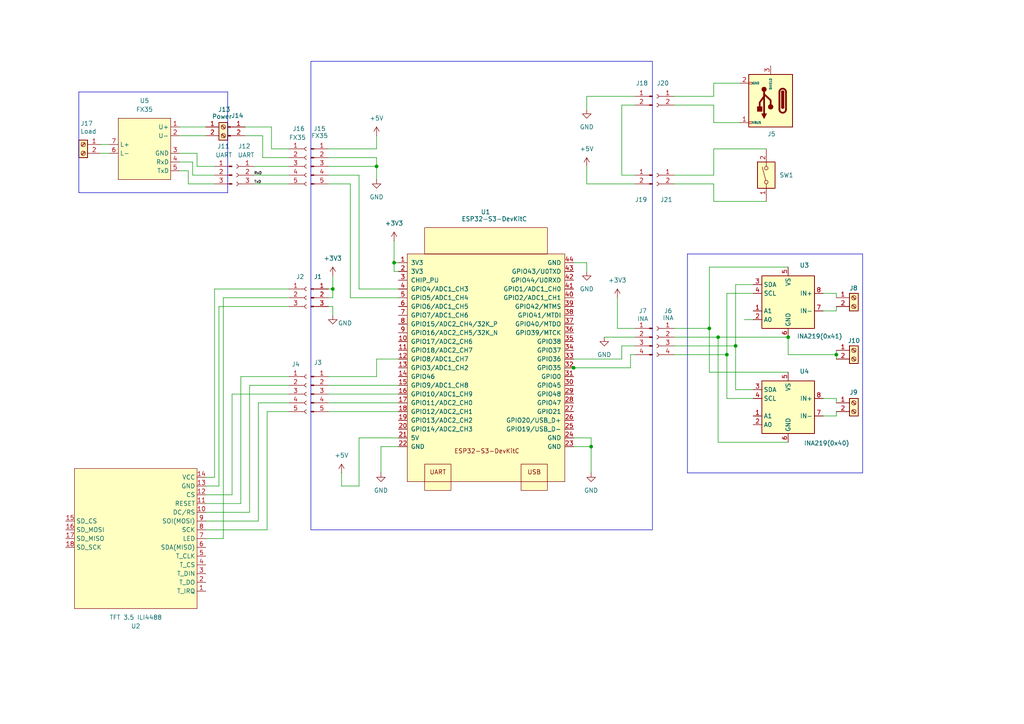
<source format=kicad_sch>
(kicad_sch (version 20250114) (generator "eeschema") (generator_version "9.0")
  (paper "A4")
  (title_block (title "mGaugeESP") (date "2026-02-16") (rev "0.1") (comment 1 "©2026 - develop@andres-stefan.de"))
  (lib_symbols
    (symbol "Connector:Conn_01x02_Pin" (pin_names (offset 1.016) (hide yes))
      (property "Reference" "J" (at 0 2.54 0))
      (property "Value" "Conn_01x02_Pin" (at 0 -5.08 0))
      (symbol "Conn_01x02_Pin_1_1"
        (rectangle (start 0.8636 0.127) (end 0 -0.127) (stroke (width 0.1524)) (fill (type outline)))
        (rectangle (start 0.8636 -2.413) (end 0 -2.667) (stroke (width 0.1524)) (fill (type outline)))
        (polyline (pts (xy 1.27 0) (xy 0.8636 0)) (stroke (width 0.1524)))
        (polyline (pts (xy 1.27 -2.54) (xy 0.8636 -2.54)) (stroke (width 0.1524)))
        (pin passive line (at 5.08 0 180) (length 3.81) (name "Pin_1") (number "1"))
        (pin passive line (at 5.08 -2.54 180) (length 3.81) (name "Pin_2") (number "2"))
      )
    )
    (symbol "Connector:Conn_01x02_Socket" (pin_names (offset 1.016) (hide yes))
      (property "Reference" "J" (at 0 2.54 0))
      (property "Value" "Conn_01x02_Socket" (at 0 -5.08 0))
      (symbol "Conn_01x02_Socket_1_1"
        (polyline (pts (xy -1.27 0) (xy -0.508 0)) (stroke (width 0.1524)))
        (polyline (pts (xy -1.27 -2.54) (xy -0.508 -2.54)) (stroke (width 0.1524)))
        (arc (start 0 -0.508) (mid -0.5058 0) (end 0 0.508) (stroke (width 0.1524)))
        (arc (start 0 -3.048) (mid -0.5058 -2.54) (end 0 -2.032) (stroke (width 0.1524)))
        (pin passive line (at -5.08 0 0) (length 3.81) (name "Pin_1") (number "1"))
        (pin passive line (at -5.08 -2.54 0) (length 3.81) (name "Pin_2") (number "2"))
      )
    )
    (symbol "Connector:Conn_01x03_Pin" (pin_names (offset 1.016) (hide yes))
      (property "Reference" "J" (at 0 5.08 0))
      (property "Value" "Conn_01x03_Pin" (at 0 -5.08 0))
      (symbol "Conn_01x03_Pin_1_1"
        (rectangle (start 0.8636 2.667) (end 0 2.413) (stroke (width 0.1524)) (fill (type outline)))
        (rectangle (start 0.8636 0.127) (end 0 -0.127) (stroke (width 0.1524)) (fill (type outline)))
        (rectangle (start 0.8636 -2.413) (end 0 -2.667) (stroke (width 0.1524)) (fill (type outline)))
        (polyline (pts (xy 1.27 2.54) (xy 0.8636 2.54)) (stroke (width 0.1524)))
        (polyline (pts (xy 1.27 0) (xy 0.8636 0)) (stroke (width 0.1524)))
        (polyline (pts (xy 1.27 -2.54) (xy 0.8636 -2.54)) (stroke (width 0.1524)))
        (pin passive line (at 5.08 2.54 180) (length 3.81) (name "Pin_1") (number "1"))
        (pin passive line (at 5.08 0 180) (length 3.81) (name "Pin_2") (number "2"))
        (pin passive line (at 5.08 -2.54 180) (length 3.81) (name "Pin_3") (number "3"))
      )
    )
    (symbol "Connector:Conn_01x03_Socket" (pin_names (offset 1.016) (hide yes))
      (property "Reference" "J" (at 0 5.08 0))
      (property "Value" "Conn_01x03_Socket" (at 0 -5.08 0))
      (symbol "Conn_01x03_Socket_1_1"
        (polyline (pts (xy -1.27 2.54) (xy -0.508 2.54)) (stroke (width 0.1524)))
        (polyline (pts (xy -1.27 0) (xy -0.508 0)) (stroke (width 0.1524)))
        (polyline (pts (xy -1.27 -2.54) (xy -0.508 -2.54)) (stroke (width 0.1524)))
        (arc (start 0 2.032) (mid -0.5058 2.54) (end 0 3.048) (stroke (width 0.1524)))
        (arc (start 0 -0.508) (mid -0.5058 0) (end 0 0.508) (stroke (width 0.1524)))
        (arc (start 0 -3.048) (mid -0.5058 -2.54) (end 0 -2.032) (stroke (width 0.1524)))
        (pin passive line (at -5.08 2.54 0) (length 3.81) (name "Pin_1") (number "1"))
        (pin passive line (at -5.08 0 0) (length 3.81) (name "Pin_2") (number "2"))
        (pin passive line (at -5.08 -2.54 0) (length 3.81) (name "Pin_3") (number "3"))
      )
    )
    (symbol "Connector:Conn_01x04_Pin" (pin_names (offset 1.016) (hide yes))
      (property "Reference" "J" (at 0 5.08 0))
      (property "Value" "Conn_01x04_Pin" (at 0 -7.62 0))
      (symbol "Conn_01x04_Pin_1_1"
        (rectangle (start 0.8636 2.667) (end 0 2.413) (stroke (width 0.1524)) (fill (type outline)))
        (rectangle (start 0.8636 0.127) (end 0 -0.127) (stroke (width 0.1524)) (fill (type outline)))
        (rectangle (start 0.8636 -2.413) (end 0 -2.667) (stroke (width 0.1524)) (fill (type outline)))
        (rectangle (start 0.8636 -4.953) (end 0 -5.207) (stroke (width 0.1524)) (fill (type outline)))
        (polyline (pts (xy 1.27 2.54) (xy 0.8636 2.54)) (stroke (width 0.1524)))
        (polyline (pts (xy 1.27 0) (xy 0.8636 0)) (stroke (width 0.1524)))
        (polyline (pts (xy 1.27 -2.54) (xy 0.8636 -2.54)) (stroke (width 0.1524)))
        (polyline (pts (xy 1.27 -5.08) (xy 0.8636 -5.08)) (stroke (width 0.1524)))
        (pin passive line (at 5.08 2.54 180) (length 3.81) (name "Pin_1") (number "1"))
        (pin passive line (at 5.08 0 180) (length 3.81) (name "Pin_2") (number "2"))
        (pin passive line (at 5.08 -2.54 180) (length 3.81) (name "Pin_3") (number "3"))
        (pin passive line (at 5.08 -5.08 180) (length 3.81) (name "Pin_4") (number "4"))
      )
    )
    (symbol "Connector:Conn_01x04_Socket" (pin_names (offset 1.016) (hide yes))
      (property "Reference" "J" (at 0 5.08 0))
      (property "Value" "Conn_01x04_Socket" (at 0 -7.62 0))
      (symbol "Conn_01x04_Socket_1_1"
        (polyline (pts (xy -1.27 2.54) (xy -0.508 2.54)) (stroke (width 0.1524)))
        (polyline (pts (xy -1.27 0) (xy -0.508 0)) (stroke (width 0.1524)))
        (polyline (pts (xy -1.27 -2.54) (xy -0.508 -2.54)) (stroke (width 0.1524)))
        (polyline (pts (xy -1.27 -5.08) (xy -0.508 -5.08)) (stroke (width 0.1524)))
        (arc (start 0 2.032) (mid -0.5058 2.54) (end 0 3.048) (stroke (width 0.1524)))
        (arc (start 0 -0.508) (mid -0.5058 0) (end 0 0.508) (stroke (width 0.1524)))
        (arc (start 0 -3.048) (mid -0.5058 -2.54) (end 0 -2.032) (stroke (width 0.1524)))
        (arc (start 0 -5.588) (mid -0.5058 -5.08) (end 0 -4.572) (stroke (width 0.1524)))
        (pin passive line (at -5.08 2.54 0) (length 3.81) (name "Pin_1") (number "1"))
        (pin passive line (at -5.08 0 0) (length 3.81) (name "Pin_2") (number "2"))
        (pin passive line (at -5.08 -2.54 0) (length 3.81) (name "Pin_3") (number "3"))
        (pin passive line (at -5.08 -5.08 0) (length 3.81) (name "Pin_4") (number "4"))
      )
    )
    (symbol "Connector:Conn_01x05_Pin" (pin_names (offset 1.016) (hide yes))
      (property "Reference" "J" (at 0 7.62 0))
      (property "Value" "Conn_01x05_Pin" (at 0 -7.62 0))
      (symbol "Conn_01x05_Pin_1_1"
        (rectangle (start 0.8636 5.207) (end 0 4.953) (stroke (width 0.1524)) (fill (type outline)))
        (rectangle (start 0.8636 2.667) (end 0 2.413) (stroke (width 0.1524)) (fill (type outline)))
        (rectangle (start 0.8636 0.127) (end 0 -0.127) (stroke (width 0.1524)) (fill (type outline)))
        (rectangle (start 0.8636 -2.413) (end 0 -2.667) (stroke (width 0.1524)) (fill (type outline)))
        (rectangle (start 0.8636 -4.953) (end 0 -5.207) (stroke (width 0.1524)) (fill (type outline)))
        (polyline (pts (xy 1.27 5.08) (xy 0.8636 5.08)) (stroke (width 0.1524)))
        (polyline (pts (xy 1.27 2.54) (xy 0.8636 2.54)) (stroke (width 0.1524)))
        (polyline (pts (xy 1.27 0) (xy 0.8636 0)) (stroke (width 0.1524)))
        (polyline (pts (xy 1.27 -2.54) (xy 0.8636 -2.54)) (stroke (width 0.1524)))
        (polyline (pts (xy 1.27 -5.08) (xy 0.8636 -5.08)) (stroke (width 0.1524)))
        (pin passive line (at 5.08 5.08 180) (length 3.81) (name "Pin_1") (number "1"))
        (pin passive line (at 5.08 2.54 180) (length 3.81) (name "Pin_2") (number "2"))
        (pin passive line (at 5.08 0 180) (length 3.81) (name "Pin_3") (number "3"))
        (pin passive line (at 5.08 -2.54 180) (length 3.81) (name "Pin_4") (number "4"))
        (pin passive line (at 5.08 -5.08 180) (length 3.81) (name "Pin_5") (number "5"))
      )
    )
    (symbol "Connector:Conn_01x05_Socket" (pin_names (offset 1.016) (hide yes))
      (property "Reference" "J" (at 0 7.62 0))
      (property "Value" "Conn_01x05_Socket" (at 0 -7.62 0))
      (symbol "Conn_01x05_Socket_1_1"
        (polyline (pts (xy -1.27 5.08) (xy -0.508 5.08)) (stroke (width 0.1524)))
        (polyline (pts (xy -1.27 2.54) (xy -0.508 2.54)) (stroke (width 0.1524)))
        (polyline (pts (xy -1.27 0) (xy -0.508 0)) (stroke (width 0.1524)))
        (polyline (pts (xy -1.27 -2.54) (xy -0.508 -2.54)) (stroke (width 0.1524)))
        (polyline (pts (xy -1.27 -5.08) (xy -0.508 -5.08)) (stroke (width 0.1524)))
        (arc (start 0 4.572) (mid -0.5058 5.08) (end 0 5.588) (stroke (width 0.1524)))
        (arc (start 0 2.032) (mid -0.5058 2.54) (end 0 3.048) (stroke (width 0.1524)))
        (arc (start 0 -0.508) (mid -0.5058 0) (end 0 0.508) (stroke (width 0.1524)))
        (arc (start 0 -3.048) (mid -0.5058 -2.54) (end 0 -2.032) (stroke (width 0.1524)))
        (arc (start 0 -5.588) (mid -0.5058 -5.08) (end 0 -4.572) (stroke (width 0.1524)))
        (pin passive line (at -5.08 5.08 0) (length 3.81) (name "Pin_1") (number "1"))
        (pin passive line (at -5.08 2.54 0) (length 3.81) (name "Pin_2") (number "2"))
        (pin passive line (at -5.08 0 0) (length 3.81) (name "Pin_3") (number "3"))
        (pin passive line (at -5.08 -2.54 0) (length 3.81) (name "Pin_4") (number "4"))
        (pin passive line (at -5.08 -5.08 0) (length 3.81) (name "Pin_5") (number "5"))
      )
    )
    (symbol "Connector:Screw_Terminal_01x02" (pin_names (offset 1.016) (hide yes))
      (property "Reference" "J" (at 0 2.54 0))
      (property "Value" "Screw_Terminal_01x02" (at 0 -5.08 0))
      (symbol "Screw_Terminal_01x02_1_1"
        (rectangle (start -1.27 1.27) (end 1.27 -3.81) (stroke (width 0.254)) (fill (type background)))
        (polyline (pts (xy -0.5334 0.3302) (xy 0.3302 -0.508)) (stroke (width 0.1524)))
        (polyline (pts (xy -0.5334 -2.2098) (xy 0.3302 -3.048)) (stroke (width 0.1524)))
        (polyline (pts (xy -0.3556 0.508) (xy 0.508 -0.3302)) (stroke (width 0.1524)))
        (polyline (pts (xy -0.3556 -2.032) (xy 0.508 -2.8702)) (stroke (width 0.1524)))
        (circle (center 0 0) (radius 0.635) (stroke (width 0.1524)))
        (circle (center 0 -2.54) (radius 0.635) (stroke (width 0.1524)))
        (pin passive line (at -5.08 0 0) (length 3.81) (name "Pin_1") (number "1"))
        (pin passive line (at -5.08 -2.54 0) (length 3.81) (name "Pin_2") (number "2"))
      )
    )
    (symbol "Connector:USB_C_Receptacle_PowerOnly_6P" (pin_names (offset 1.016))
      (property "Reference" "J5" (at -4.064 10.922 0))
      (symbol "USB_C_Receptacle_PowerOnly_6P_0_0"
        (rectangle (start 1.524 -4.064) (end 2.54 -3.556))
        (rectangle (start 2.54 7.874) (end 1.524 7.366))
      )
      (symbol "USB_C_Receptacle_PowerOnly_6P_0_1"
        (rectangle (start -10.16 8.89) (end 2.54 -6.35) (stroke (width 0.254)) (fill (type background)))
        (polyline (pts (xy -8.255 -1.27) (xy -8.255 3.81)) (stroke (width 0.508)))
        (rectangle (start -7.62 3.175) (end -6.985 -1.27) (stroke (width 0.254)) (fill (type outline)))
        (arc (start -8.255 3.81) (mid -7.3025 4.7625) (end -6.35 3.81) (stroke (width 0.508)))
        (arc (start -7.62 3.175) (mid -7.3025 3.4925) (end -6.985 3.175) (stroke (width 0.254)))
        (arc (start -7.62 3.175) (mid -7.3025 3.4925) (end -6.985 3.175) (stroke (width 0.254)) (fill (type outline)))
        (arc (start -6.985 -1.27) (mid -7.3025 -1.5875) (end -7.62 -1.27) (stroke (width 0.254)))
        (arc (start -6.985 -1.27) (mid -7.3025 -1.5875) (end -7.62 -1.27) (stroke (width 0.254)) (fill (type outline)))
        (arc (start -6.35 -1.27) (mid -7.3025 -2.2225) (end -8.255 -1.27) (stroke (width 0.508)))
        (polyline (pts (xy -6.35 3.81) (xy -6.35 -1.27)) (stroke (width 0.508)))
        (circle (center -3.81 3.048) (radius 0.635) (stroke (width 0.254)) (fill (type outline)))
        (polyline (pts (xy -2.54 5.08) (xy -1.905 6.35) (xy -1.27 5.08) (xy -2.54 5.08)) (stroke (width 0.254)) (fill (type outline)))
        (polyline (pts (xy -1.905 0) (xy -0.635 1.778) (xy -0.635 3.048)) (stroke (width 0.508)))
        (polyline (pts (xy -1.905 -0.635) (xy -3.81 1.143) (xy -3.81 2.413)) (stroke (width 0.508)))
        (polyline (pts (xy -1.905 -1.27) (xy -1.905 4.953)) (stroke (width 0.508)))
        (circle (center -1.905 -2.032) (radius 0.6476) (fill (type outline)))
        (rectangle (start -1.27 3.048) (end 0 4.318) (stroke (width 0.254)) (fill (type outline)))
      )
      (symbol "USB_C_Receptacle_PowerOnly_6P_1_1"
        (pin passive line (at -3.81 -8.89 90) (length 2.54) (name "SHIELD") (number "3"))
        (pin passive line (at 5.08 7.62 180) (length 2.54) (name "VBUS") (number "1"))
        (pin passive line (at 5.08 -3.81 180) (length 2.54) (name "GND") (number "2"))
      )
    )
    (symbol "MyKiCadLib:TFT_ILI4488"
      (property "Reference" "U2" (at 0 25.4 0))
      (property "Value" "TFT 3.5 ILI4488" (at 0 22.86 0))
      (symbol "TFT_ILI4488_0_1"
        (polyline (pts (xy 17.78 15.24) (xy 17.78 15.24)))
        (polyline (pts (xy 17.78 2.54) (xy 17.78 2.54)))
        (polyline (pts (xy 17.78 2.54) (xy 17.78 2.54)))
      )
      (symbol "TFT_ILI4488_1_1"
        (polyline (pts (xy -17.78 -20.32) (xy 17.78 -20.32) (xy 17.78 20.32) (xy -17.78 20.32) (xy -17.78 -20.32)) (fill (type background)))
        (pin output line (at -20.32 15.24 0) (length 2.54) (name "T_IRQ") (number "1"))
        (pin output line (at -20.32 12.7 0) (length 2.54) (name "T_DO") (number "2"))
        (pin input line (at -20.32 10.16 0) (length 2.54) (name "T_DIN") (number "3"))
        (pin input line (at -20.32 7.62 0) (length 2.54) (name "T_CS") (number "4"))
        (pin input line (at -20.32 5.08 0) (length 2.54) (name "T_CLK") (number "5"))
        (pin output line (at -20.32 2.54 0) (length 2.54) (name "SDA(MISO)") (number "6"))
        (pin input line (at -20.32 0 0) (length 2.54) (name "LED") (number "7"))
        (pin input line (at -20.32 -2.54 0) (length 2.54) (name "SCK") (number "8"))
        (pin input line (at -20.32 -5.08 0) (length 2.54) (name "SOI(MOSI)") (number "9"))
        (pin input line (at -20.32 -7.62 0) (length 2.54) (name "DC/RS") (number "10"))
        (pin input line (at -20.32 -10.16 0) (length 2.54) (name "RESET") (number "11"))
        (pin input line (at -20.32 -12.7 0) (length 2.54) (name "CS") (number "12"))
        (pin power_in line (at -20.32 -15.24 0) (length 2.54) (name "GND") (number "13"))
        (pin power_in line (at -20.32 -17.78 0) (length 2.54) (name "VCC") (number "14"))
        (pin output line (at 20.32 2.54 180) (length 2.54) (name "SD_SCK") (number "18"))
        (pin output line (at 20.32 0 180) (length 2.54) (name "SD_MISO") (number "17"))
        (pin input line (at 20.32 -2.54 180) (length 2.54) (name "SD_MOSI") (number "16"))
        (pin input line (at 20.32 -5.08 180) (length 2.54) (name "SD_CS") (number "15"))
      )
    )
    (symbol "MyKiCadLib:xy_FX35"
      (property "Reference" "U" (at 0 11.684 0))
      (property "Value" "FX35" (at 0.254 8.89 0))
      (symbol "xy_FX35_1_1"
        (polyline (pts (xy 7.62 7.62) (xy 7.62 -10.16) (xy -7.62 -10.16) (xy -7.62 7.62) (xy 7.62 7.62)) (fill (type background)))
        (pin input line (at -10.16 0 0) (length 2.54) (name "L+") (number "7"))
        (pin input line (at -10.16 -2.54 0) (length 2.54) (name "L-") (number "6"))
        (pin power_in line (at 10.16 5.08 180) (length 2.54) (name "U+") (number "1"))
        (pin power_in line (at 10.16 2.54 180) (length 2.54) (name "U-") (number "2"))
        (pin power_in line (at 10.16 -2.54 180) (length 2.54) (name "GND") (number "3"))
        (pin input line (at 10.16 -5.08 180) (length 2.54) (name "RxD") (number "4"))
        (pin output line (at 10.16 -7.62 180) (length 2.54) (name "TxD") (number "5"))
      )
    )
    (symbol "PCM_Espressif:ESP32-S3-DevKitC" (pin_names (offset 1.016))
      (property "Reference" "U1" (at -1.524 42.672 0))
      (property "Value" "ESP32-S3-DevKitC" (at -7.112 40.64 0))
      (symbol "ESP32-S3-DevKitC_0_0"
        (text "ESP32-S3-DevKitC" (at 0.254 -26.67 0) (effects (font (size 1.27 1.27))))
        (pin bidirectional line (at -25.4 -5.08 0) (length 2.54) (name "GPIO46") (number "14"))
        (pin bidirectional line (at -25.4 -17.78 0) (length 2.54) (name "GPIO13/ADC2_CH2") (number "19"))
        (pin power_in line (at 25.4 27.94 180) (length 2.54) (name "GND") (number "44"))
        (pin bidirectional line (at 25.4 25.4 180) (length 2.54) (name "GPIO43/U0TXD") (number "43"))
        (pin bidirectional line (at 25.4 22.86 180) (length 2.54) (name "GPIO44/U0RXD") (number "42"))
        (pin bidirectional line (at 25.4 20.32 180) (length 2.54) (name "GPIO1/ADC1_CH0") (number "41"))
        (pin bidirectional line (at 25.4 17.78 180) (length 2.54) (name "GPIO2/ADC1_CH1") (number "40"))
        (pin bidirectional line (at 25.4 15.24 180) (length 2.54) (name "GPIO42/MTMS") (number "39"))
      )
      (symbol "ESP32-S3-DevKitC_0_1"
        (rectangle (start -22.86 30.48) (end 22.86 -35.56) (fill (type background)))
        (pin power_in line (at -25.4 25.4 0) (length 2.54) (name "3V3") (number "2"))
      )
      (symbol "ESP32-S3-DevKitC_1_1"
        (polyline (pts (xy -17.78 30.48) (xy -17.78 38.1) (xy 17.78 38.1) (xy 17.78 30.48) (xy -17.78 30.48)) (fill (type background)))
        (polyline (pts (xy -17.78 -30.48) (xy -10.16 -30.48) (xy -10.16 -38.1) (xy -17.78 -38.1) (xy -17.78 -30.48)) (fill (type background)))
        (polyline (pts (xy 10.16 -30.48) (xy 17.78 -30.48) (xy 17.78 -38.1) (xy 10.16 -38.1) (xy 10.16 -30.48)) (fill (type background)))
        (polyline (pts (xy 17.78 38.1) (xy 17.78 38.1)))
        (text "UART" (at -13.97 -32.766 0) (effects (font (size 1.27 1.27))))
        (text "USB" (at 13.97 -32.766 0) (effects (font (size 1.27 1.27))))
        (pin passive line (at -25.4 27.94 0) (length 2.54) (name "3V3") (number "1"))
        (pin input line (at -25.4 22.86 0) (length 2.54) (name "CHIP_PU") (number "3"))
        (pin bidirectional line (at -25.4 20.32 0) (length 2.54) (name "GPIO4/ADC1_CH3") (number "4"))
        (pin bidirectional line (at -25.4 17.78 0) (length 2.54) (name "GPIO5/ADC1_CH4") (number "5"))
        (pin bidirectional line (at -25.4 15.24 0) (length 2.54) (name "GPIO6/ADC1_CH5") (number "6"))
        (pin bidirectional line (at -25.4 12.7 0) (length 2.54) (name "GPIO7/ADC1_CH6") (number "7"))
        (pin bidirectional line (at -25.4 10.16 0) (length 2.54) (name "GPIO15/ADC2_CH4/32K_P") (number "8"))
        (pin bidirectional line (at -25.4 7.62 0) (length 2.54) (name "GPIO16/ADC2_CH5/32K_N") (number "9"))
        (pin bidirectional line (at -25.4 5.08 0) (length 2.54) (name "GPIO17/ADC2_CH6") (number "10"))
        (pin bidirectional line (at -25.4 2.54 0) (length 2.54) (name "GPIO18/ADC2_CH7") (number "11"))
        (pin bidirectional line (at -25.4 0 0) (length 2.54) (name "GPIO8/ADC1_CH7") (number "12"))
        (pin bidirectional line (at -25.4 -2.54 0) (length 2.54) (name "GPIO3/ADC1_CH2") (number "13"))
        (pin bidirectional line (at -25.4 -7.62 0) (length 2.54) (name "GPIO9/ADC1_CH8") (number "15"))
        (pin bidirectional line (at -25.4 -10.16 0) (length 2.54) (name "GPIO10/ADC1_CH9") (number "16"))
        (pin bidirectional line (at -25.4 -12.7 0) (length 2.54) (name "GPIO11/ADC2_CH0") (number "17"))
        (pin bidirectional line (at -25.4 -15.24 0) (length 2.54) (name "GPIO12/ADC2_CH1") (number "18"))
        (pin bidirectional line (at -25.4 -20.32 0) (length 2.54) (name "GPIO14/ADC2_CH3") (number "20"))
        (pin power_in line (at -25.4 -22.86 0) (length 2.54) (name "5V") (number "21"))
        (pin passive line (at -25.4 -25.4 0) (length 2.54) (name "GND") (number "22"))
        (pin bidirectional line (at 25.4 12.7 180) (length 2.54) (name "GPIO41/MTDI") (number "38"))
        (pin bidirectional line (at 25.4 10.16 180) (length 2.54) (name "GPIO40/MTDO") (number "37"))
        (pin bidirectional line (at 25.4 7.62 180) (length 2.54) (name "GPIO39/MTCK") (number "36"))
        (pin bidirectional line (at 25.4 5.08 180) (length 2.54) (name "GPIO38") (number "35"))
        (pin bidirectional line (at 25.4 2.54 180) (length 2.54) (name "GPIO37") (number "34"))
        (pin bidirectional line (at 25.4 0 180) (length 2.54) (name "GPIO36") (number "33"))
        (pin bidirectional line (at 25.4 -2.54 180) (length 2.54) (name "GPIO35") (number "32"))
        (pin bidirectional line (at 25.4 -5.08 180) (length 2.54) (name "GPIO0") (number "31"))
        (pin bidirectional line (at 25.4 -7.62 180) (length 2.54) (name "GPIO45") (number "30"))
        (pin bidirectional line (at 25.4 -10.16 180) (length 2.54) (name "GPIO48") (number "29"))
        (pin bidirectional line (at 25.4 -12.7 180) (length 2.54) (name "GPIO47") (number "28"))
        (pin bidirectional line (at 25.4 -15.24 180) (length 2.54) (name "GPIO21") (number "27"))
        (pin bidirectional line (at 25.4 -17.78 180) (length 2.54) (name "GPIO20/USB_D+") (number "26"))
        (pin bidirectional line (at 25.4 -20.32 180) (length 2.54) (name "GPIO19/USB_D-") (number "25"))
        (pin passive line (at 25.4 -22.86 180) (length 2.54) (name "GND") (number "24"))
        (pin passive line (at 25.4 -25.4 180) (length 2.54) (name "GND") (number "23"))
      )
    )
    (symbol "Sensor_Energy:INA219AxD"
      (property "Reference" "U" (at -6.35 8.89 0))
      (property "Value" "INA219AxD" (at 5.08 8.89 0))
      (symbol "INA219AxD_0_1"
        (rectangle (start -7.62 7.62) (end 7.62 -7.62) (stroke (width 0.254)) (fill (type background)))
      )
      (symbol "INA219AxD_1_1"
        (pin input line (at -10.16 2.54 0) (length 2.54) (name "IN+") (number "8"))
        (pin input line (at -10.16 -2.54 0) (length 2.54) (name "IN-") (number "7"))
        (pin power_in line (at 0 10.16 270) (length 2.54) (name "VS") (number "5"))
        (pin power_in line (at 0 -10.16 90) (length 2.54) (name "GND") (number "6"))
        (pin bidirectional line (at 10.16 5.08 180) (length 2.54) (name "SDA") (number "3"))
        (pin input line (at 10.16 2.54 180) (length 2.54) (name "SCL") (number "4"))
        (pin input line (at 10.16 -2.54 180) (length 2.54) (name "A1") (number "1"))
        (pin input line (at 10.16 -5.08 180) (length 2.54) (name "A0") (number "2"))
      )
    )
    (symbol "Switch:SW_DIP_x01" (pin_names (offset 0) (hide yes))
      (property "Reference" "SW" (at 0 3.81 0))
      (property "Value" "SW_DIP_x01" (at 0 -3.81 0))
      (symbol "SW_DIP_x01_0_0"
        (circle (center -2.032 0) (radius 0.508))
        (polyline (pts (xy -1.524 0.127) (xy 2.3622 1.1684)))
        (circle (center 2.032 0) (radius 0.508))
      )
      (symbol "SW_DIP_x01_0_1"
        (rectangle (start -3.81 2.54) (end 3.81 -2.54) (stroke (width 0.254)) (fill (type background)))
      )
      (symbol "SW_DIP_x01_1_1"
        (pin passive line (at -7.62 0 0) (length 5.08) (name "~") (number "1"))
        (pin passive line (at 7.62 0 180) (length 5.08) (name "~") (number "2"))
      )
    )
    (symbol "power:+3V3" (power) (pin_numbers (hide yes)) (pin_names (offset 0) (hide yes))
      (property "Value" "+3V3" (at 0 3.556 0))
      (symbol "+3V3_0_1"
        (polyline (pts (xy -0.762 1.27) (xy 0 2.54)))
        (polyline (pts (xy 0 2.54) (xy 0.762 1.27)))
        (polyline (pts (xy 0 0) (xy 0 2.54)))
      )
      (symbol "+3V3_1_1"
        (pin power_in line (at 0 0 90) (length 0) (name "~") (number "1"))
      )
    )
    (symbol "power:+5V" (power) (pin_numbers (hide yes)) (pin_names (offset 0) (hide yes))
      (property "Value" "+5V" (at 0 3.556 0))
      (symbol "+5V_0_1"
        (polyline (pts (xy -0.762 1.27) (xy 0 2.54)))
        (polyline (pts (xy 0 2.54) (xy 0.762 1.27)))
        (polyline (pts (xy 0 0) (xy 0 2.54)))
      )
      (symbol "+5V_1_1"
        (pin power_in line (at 0 0 90) (length 0) (name "~") (number "1"))
      )
    )
    (symbol "power:GND" (power) (pin_numbers (hide yes)) (pin_names (offset 0) (hide yes))
      (property "Value" "GND" (at 0 -3.81 0))
      (symbol "GND_0_1"
        (polyline (pts (xy 0 0) (xy 0 -1.27) (xy 1.27 -1.27) (xy 0 -2.54) (xy -1.27 -1.27) (xy 0 -1.27)))
      )
      (symbol "GND_1_1"
        (pin power_in line (at 0 0 270) (length 0) (name "~") (number "1"))
      )
    )
  )
  (rectangle (start 90.17 17.78) (end 189.23 153.67))
  (junction (at 208.28 97.79))
  (junction (at 210.82 102.87))
  (junction (at 96.52 83.82))
  (junction (at 242.57 102.87))
  (junction (at 213.36 100.33))
  (junction (at 171.45 129.54))
  (junction (at 205.74 95.25))
  (junction (at 166.37 106.68))
  (junction (at 114.3 76.2))
  (junction (at 109.22 48.26))
  (junction (at 228.6 97.79))
  (wire (pts (xy 242.57 102.87) (xy 242.57 104.14)))
  (wire (pts (xy 179.07 95.25) (xy 184.15 95.25)))
  (wire (pts (xy 114.3 78.74) (xy 114.3 76.2)))
  (wire (pts (xy 166.37 104.14) (xy 180.34 104.14)))
  (wire (pts (xy 95.25 116.84) (xy 115.57 116.84)))
  (wire (pts (xy 114.3 76.2) (xy 115.57 76.2)))
  (wire (pts (xy 207.01 43.18) (xy 222.25 43.18)))
  (wire (pts (xy 59.69 151.13) (xy 74.93 151.13)))
  (wire (pts (xy 62.23 138.43) (xy 59.69 138.43)))
  (wire (pts (xy 78.74 36.83) (xy 78.74 43.18)))
  (wire (pts (xy 242.57 85.09) (xy 238.76 85.09)))
  (wire (pts (xy 76.2 45.72) (xy 83.82 45.72)))
  (wire (pts (xy 242.57 102.87) (xy 242.57 101.6)))
  (wire (pts (xy 71.12 36.83) (xy 78.74 36.83)))
  (wire (pts (xy 207.01 53.34) (xy 207.01 58.42)))
  (wire (pts (xy 182.88 102.87) (xy 182.88 106.68)))
  (polyline (pts (xy 199.39 73.66) (xy 250.19 73.66)))
  (wire (pts (xy 242.57 115.57) (xy 238.76 115.57)))
  (wire (pts (xy 207.01 35.56) (xy 214.63 35.56)))
  (wire (pts (xy 184.15 27.94) (xy 170.18 27.94)))
  (wire (pts (xy 115.57 129.54) (xy 110.49 129.54)))
  (wire (pts (xy 69.85 109.22) (xy 83.82 109.22)))
  (wire (pts (xy 213.36 100.33) (xy 213.36 82.55)))
  (wire (pts (xy 96.52 83.82) (xy 95.25 83.82)))
  (wire (pts (xy 228.6 97.79) (xy 228.6 102.87)))
  (wire (pts (xy 208.28 128.27) (xy 228.6 128.27)))
  (wire (pts (xy 171.45 129.54) (xy 171.45 137.16)))
  (wire (pts (xy 109.22 104.14) (xy 109.22 109.22)))
  (wire (pts (xy 62.23 83.82) (xy 62.23 138.43)))
  (wire (pts (xy 210.82 115.57) (xy 218.44 115.57)))
  (wire (pts (xy 210.82 102.87) (xy 210.82 115.57)))
  (wire (pts (xy 76.2 39.37) (xy 76.2 45.72)))
  (wire (pts (xy 195.58 50.8) (xy 207.01 50.8)))
  (wire (pts (xy 242.57 119.38) (xy 242.57 120.65)))
  (wire (pts (xy 110.49 129.54) (xy 110.49 137.16)))
  (wire (pts (xy 99.06 140.97) (xy 99.06 137.16)))
  (wire (pts (xy 59.69 148.59) (xy 72.39 148.59)))
  (wire (pts (xy 74.93 116.84) (xy 83.82 116.84)))
  (wire (pts (xy 96.52 86.36) (xy 96.52 83.82)))
  (wire (pts (xy 207.01 35.56) (xy 207.01 30.48)))
  (wire (pts (xy 170.18 27.94) (xy 170.18 31.75)))
  (wire (pts (xy 95.25 88.9) (xy 96.52 88.9)))
  (wire (pts (xy 95.25 43.18) (xy 109.22 43.18)))
  (wire (pts (xy 242.57 116.84) (xy 242.57 115.57)))
  (wire (pts (xy 228.6 107.95) (xy 205.74 107.95)))
  (wire (pts (xy 166.37 129.54) (xy 171.45 129.54)))
  (wire (pts (xy 184.15 100.33) (xy 180.34 100.33)))
  (wire (pts (xy 52.07 49.53) (xy 54.61 49.53)))
  (wire (pts (xy 195.58 97.79) (xy 208.28 97.79)))
  (wire (pts (xy 205.74 77.47) (xy 228.6 77.47)))
  (wire (pts (xy 182.88 106.68) (xy 166.37 106.68)))
  (wire (pts (xy 171.45 127) (xy 171.45 129.54)))
  (wire (pts (xy 52.07 36.83) (xy 59.69 36.83)))
  (wire (pts (xy 180.34 50.8) (xy 184.15 50.8)))
  (wire (pts (xy 64.77 86.36) (xy 83.82 86.36)))
  (wire (pts (xy 95.25 50.8) (xy 104.14 50.8)))
  (wire (pts (xy 115.57 104.14) (xy 109.22 104.14)))
  (wire (pts (xy 104.14 83.82) (xy 115.57 83.82)))
  (wire (pts (xy 57.15 44.45) (xy 57.15 48.26)))
  (wire (pts (xy 59.69 156.21) (xy 64.77 156.21)))
  (wire (pts (xy 170.18 76.2) (xy 170.18 78.74)))
  (wire (pts (xy 109.22 43.18) (xy 109.22 39.37)))
  (wire (pts (xy 55.88 46.99) (xy 55.88 50.8)))
  (wire (pts (xy 228.6 102.87) (xy 242.57 102.87)))
  (polyline (pts (xy 199.39 137.16) (xy 250.19 137.16)))
  (wire (pts (xy 73.66 53.34) (xy 83.82 53.34)))
  (wire (pts (xy 166.37 127) (xy 171.45 127)))
  (wire (pts (xy 54.61 49.53) (xy 54.61 53.34)))
  (wire (pts (xy 95.25 114.3) (xy 115.57 114.3)))
  (wire (pts (xy 205.74 77.47) (xy 205.74 95.25)))
  (wire (pts (xy 195.58 27.94) (xy 207.01 27.94)))
  (wire (pts (xy 95.25 53.34) (xy 101.6 53.34)))
  (polyline (pts (xy 199.39 73.66) (xy 199.39 137.16)))
  (wire (pts (xy 207.01 24.13) (xy 214.63 24.13)))
  (wire (pts (xy 195.58 100.33) (xy 213.36 100.33)))
  (wire (pts (xy 63.5 88.9) (xy 83.82 88.9)))
  (polyline (pts (xy 22.86 26.67) (xy 22.86 55.88)))
  (wire (pts (xy 195.58 95.25) (xy 205.74 95.25)))
  (polyline (pts (xy 66.04 26.67) (xy 22.86 26.67)))
  (wire (pts (xy 62.23 83.82) (xy 83.82 83.82)))
  (wire (pts (xy 104.14 140.97) (xy 99.06 140.97)))
  (wire (pts (xy 73.66 50.8) (xy 83.82 50.8)))
  (wire (pts (xy 242.57 86.36) (xy 242.57 85.09)))
  (wire (pts (xy 77.47 119.38) (xy 83.82 119.38)))
  (wire (pts (xy 218.44 85.09) (xy 210.82 85.09)))
  (wire (pts (xy 166.37 76.2) (xy 170.18 76.2)))
  (wire (pts (xy 109.22 109.22) (xy 95.25 109.22)))
  (wire (pts (xy 242.57 88.9) (xy 242.57 90.17)))
  (wire (pts (xy 207.01 27.94) (xy 207.01 24.13)))
  (wire (pts (xy 170.18 53.34) (xy 170.18 48.26)))
  (wire (pts (xy 195.58 53.34) (xy 207.01 53.34)))
  (wire (pts (xy 184.15 53.34) (xy 170.18 53.34)))
  (wire (pts (xy 67.31 143.51) (xy 59.69 143.51)))
  (wire (pts (xy 78.74 43.18) (xy 83.82 43.18)))
  (wire (pts (xy 57.15 48.26) (xy 62.23 48.26)))
  (wire (pts (xy 242.57 120.65) (xy 238.76 120.65)))
  (wire (pts (xy 77.47 153.67) (xy 77.47 119.38)))
  (wire (pts (xy 195.58 102.87) (xy 210.82 102.87)))
  (wire (pts (xy 207.01 58.42) (xy 222.25 58.42)))
  (wire (pts (xy 52.07 39.37) (xy 59.69 39.37)))
  (wire (pts (xy 208.28 97.79) (xy 208.28 128.27)))
  (wire (pts (xy 67.31 114.3) (xy 67.31 143.51)))
  (wire (pts (xy 29.21 41.91) (xy 31.75 41.91)))
  (wire (pts (xy 29.21 44.45) (xy 31.75 44.45)))
  (wire (pts (xy 184.15 30.48) (xy 180.34 30.48)))
  (wire (pts (xy 69.85 109.22) (xy 69.85 146.05)))
  (wire (pts (xy 184.15 102.87) (xy 182.88 102.87)))
  (wire (pts (xy 52.07 44.45) (xy 57.15 44.45)))
  (wire (pts (xy 109.22 48.26) (xy 109.22 52.07)))
  (wire (pts (xy 115.57 127) (xy 104.14 127)))
  (wire (pts (xy 74.93 151.13) (xy 74.93 116.84)))
  (wire (pts (xy 95.25 86.36) (xy 96.52 86.36)))
  (wire (pts (xy 59.69 153.67) (xy 77.47 153.67)))
  (polyline (pts (xy 22.86 55.88) (xy 66.04 55.88)))
  (wire (pts (xy 96.52 88.9) (xy 96.52 91.44)))
  (wire (pts (xy 109.22 45.72) (xy 109.22 48.26)))
  (polyline (pts (xy 250.19 137.16) (xy 250.19 73.66)))
  (wire (pts (xy 72.39 111.76) (xy 83.82 111.76)))
  (wire (pts (xy 115.57 78.74) (xy 114.3 78.74)))
  (wire (pts (xy 218.44 92.71) (xy 215.9 92.71)))
  (wire (pts (xy 71.12 39.37) (xy 76.2 39.37)))
  (wire (pts (xy 213.36 82.55) (xy 218.44 82.55)))
  (wire (pts (xy 95.25 119.38) (xy 115.57 119.38)))
  (wire (pts (xy 63.5 140.97) (xy 59.69 140.97)))
  (wire (pts (xy 83.82 114.3) (xy 67.31 114.3)))
  (wire (pts (xy 64.77 156.21) (xy 64.77 86.36)))
  (wire (pts (xy 195.58 30.48) (xy 207.01 30.48)))
  (wire (pts (xy 213.36 100.33) (xy 213.36 113.03)))
  (wire (pts (xy 63.5 88.9) (xy 63.5 140.97)))
  (wire (pts (xy 101.6 53.34) (xy 101.6 86.36)))
  (wire (pts (xy 59.69 146.05) (xy 69.85 146.05)))
  (wire (pts (xy 180.34 30.48) (xy 180.34 50.8)))
  (wire (pts (xy 207.01 50.8) (xy 207.01 43.18)))
  (wire (pts (xy 55.88 50.8) (xy 62.23 50.8)))
  (wire (pts (xy 179.07 86.36) (xy 179.07 95.25)))
  (wire (pts (xy 73.66 48.26) (xy 83.82 48.26)))
  (polyline (pts (xy 66.04 55.88) (xy 66.04 26.67)))
  (wire (pts (xy 114.3 69.85) (xy 114.3 76.2)))
  (wire (pts (xy 72.39 148.59) (xy 72.39 111.76)))
  (wire (pts (xy 95.25 45.72) (xy 109.22 45.72)))
  (wire (pts (xy 210.82 85.09) (xy 210.82 102.87)))
  (wire (pts (xy 208.28 97.79) (xy 228.6 97.79)))
  (wire (pts (xy 95.25 111.76) (xy 115.57 111.76)))
  (wire (pts (xy 95.25 48.26) (xy 109.22 48.26)))
  (wire (pts (xy 180.34 104.14) (xy 180.34 100.33)))
  (wire (pts (xy 104.14 50.8) (xy 104.14 83.82)))
  (wire (pts (xy 52.07 46.99) (xy 55.88 46.99)))
  (wire (pts (xy 205.74 95.25) (xy 205.74 107.95)))
  (wire (pts (xy 54.61 53.34) (xy 62.23 53.34)))
  (wire (pts (xy 242.57 90.17) (xy 238.76 90.17)))
  (wire (pts (xy 101.6 86.36) (xy 115.57 86.36)))
  (wire (pts (xy 184.15 97.79) (xy 175.26 97.79)))
  (wire (pts (xy 104.14 127) (xy 104.14 140.97)))
  (wire (pts (xy 96.52 80.01) (xy 96.52 83.82)))
  (wire (pts (xy 218.44 113.03) (xy 213.36 113.03)))
  (wire (pts (xy 166.37 106.68) (xy 163.83 106.68)))
  (label "RxD" (at 73.66 50.8 0) (effects (font (size 0.762 0.762))))
  (label "TxD" (at 73.66 53.34 0) (effects (font (size 0.762 0.762))))
  (symbol (lib_id "Switch:SW_DIP_x01") (at 222.25 50.8 90) (unit 1)
    (property "Reference" "SW1" (at 226.06 50.7999 90) (effects (justify right)))
    (property "Value" "SW_DIP_x01" (effects (hide yes)))
    (property "Description" "1x DIP Switch, Single Pole Single Throw (SPST) switch, small symbol" (effects (hide yes)))
  )
  (symbol (lib_id "power:+5V") (at 99.06 137.16 0) (unit 1)
    (property "Reference" "#PWR06" (effects (hide yes)))
    (property "Value" "+5V" (at 99.06 132.08 0))
    (property "Description" "Power symbol creates a global label with name \"+5V\"" (effects (hide yes)))
  )
  (symbol (lib_id "Connector:Conn_01x04_Socket") (at 190.5 97.79 0) (mirror y) (unit 1)
    (property "Reference" "J6" (at 193.802 90.17 0))
    (property "Value" "INA" (at 193.802 92.202 0))
    (property "Description" "Generic connector, single row, 01x04, script generated" (effects (hide yes)))
  )
  (symbol (lib_id "Connector:Screw_Terminal_01x02") (at 64.77 36.83 0) (unit 1)
    (property "Reference" "J13" (at 63.246 31.75 0) (effects (justify left)))
    (property "Value" "Power" (at 61.468 33.782 0) (effects (justify left)))
    (property "Description" "Generic screw terminal, single row, 01x02, script generated (kicad-library-utils/schlib/autogen/connector/)" (effects (hide yes)))
  )
  (symbol (lib_id "power:GND") (at 109.22 52.07 0) (unit 1)
    (property "Reference" "#PWR010" (effects (hide yes)))
    (property "Value" "GND" (at 109.22 57.15 0))
    (property "Description" "Power symbol creates a global label with name \"GND\" , ground" (effects (hide yes)))
  )
  (symbol (lib_id "power:GND") (at 175.26 97.79 0) (unit 1)
    (property "Reference" "#PWR09" (effects (hide yes)))
    (property "Value" "GND" (at 175.26 102.87 0))
    (property "Description" "Power symbol creates a global label with name \"GND\" , ground" (effects (hide yes)))
  )
  (symbol (lib_id "Connector:Conn_01x03_Pin") (at 90.17 86.36 0) (unit 1)
    (property "Reference" "J1" (at 92.202 80.264 0))
    (property "Value" "TFT_Power" (effects (hide yes)))
    (property "Footprint" "Connector_Molex:Molex_KK-254_AE-6410-03A_1x03_P2.54mm_Vertical" (effects (hide yes)))
    (property "Description" "Generic connector, single row, 01x03, script generated" (effects (hide yes)))
  )
  (symbol (lib_id "MyKiCadLib:TFT_ILI4488") (at 39.37 156.21 180) (unit 1)
    (property "Reference" "U2" (at 39.37 181.61 0))
    (property "Value" "TFT 3.5 ILI4488" (at 39.37 179.07 0))
  )
  (symbol (lib_id "Connector:Conn_01x04_Pin") (at 189.23 97.79 0) (mirror y) (unit 1)
    (property "Reference" "J7" (at 186.436 90.17 0))
    (property "Value" "INA" (at 186.436 92.456 0))
    (property "Footprint" "Connector_Molex:Molex_KK-254_AE-6410-04A_1x04_P2.54mm_Vertical" (effects (hide yes)))
    (property "Description" "Generic connector, single row, 01x04, script generated" (effects (hide yes)))
  )
  (symbol (lib_id "Connector:Screw_Terminal_01x02") (at 247.65 116.84 0) (unit 1)
    (property "Reference" "J9" (at 246.38 113.792 0) (effects (justify left)))
    (property "Value" "Screw_Terminal_01x02" (effects (hide yes)))
    (property "Description" "Generic screw terminal, single row, 01x02, script generated (kicad-library-utils/schlib/autogen/connector/)" (effects (hide yes)))
  )
  (symbol (lib_id "Connector:Screw_Terminal_01x02") (at 247.65 86.36 0) (unit 1)
    (property "Reference" "J8" (at 246.38 83.566 0) (effects (justify left)))
    (property "Value" "Screw_Terminal_01x02" (effects (hide yes)))
    (property "Description" "Generic screw terminal, single row, 01x02, script generated (kicad-library-utils/schlib/autogen/connector/)" (effects (hide yes)))
  )
  (symbol (lib_id "Connector:Conn_01x05_Pin") (at 90.17 48.26 0) (unit 1)
    (property "Reference" "J15" (at 92.71 37.338 0))
    (property "Value" "FX35" (at 92.71 39.37 0))
    (property "Footprint" "Connector_Molex:Molex_KK-254_AE-6410-05A_1x05_P2.54mm_Vertical" (effects (hide yes)))
    (property "Description" "Generic connector, single row, 01x05, script generated" (effects (hide yes)))
  )
  (symbol (lib_id "power:GND") (at 110.49 137.16 0) (unit 1)
    (property "Reference" "#PWR05" (effects (hide yes)))
    (property "Value" "GND" (at 110.49 142.24 0))
    (property "Description" "Power symbol creates a global label with name \"GND\" , ground" (effects (hide yes)))
  )
  (symbol (lib_id "Connector:USB_C_Receptacle_PowerOnly_6P") (at 219.71 27.94 180) (unit 1)
    (property "Reference" "J5" (at 223.774 38.862 0))
    (property "Value" "USB_C_PowerOnly" (effects (hide yes)))
  )
  (symbol (lib_id "power:+5V") (at 170.18 48.26 0) (unit 1)
    (property "Reference" "#PWR03" (effects (hide yes)))
    (property "Value" "+5V" (at 170.18 43.18 0))
    (property "Description" "Power symbol creates a global label with name \"+5V\"" (effects (hide yes)))
  )
  (symbol (lib_id "power:+3V3") (at 179.07 86.36 0) (unit 1)
    (property "Reference" "#PWR08" (effects (hide yes)))
    (property "Value" "+3V3" (at 179.07 81.28 0))
    (property "Description" "Power symbol creates a global label with name \"+3V3\"" (effects (hide yes)))
  )
  (symbol (lib_id "Connector:Conn_01x02_Socket") (at 190.5 27.94 0) (mirror y) (unit 1)
    (property "Reference" "J20" (at 194.056 24.13 0) (effects (justify left)))
    (property "Value" "Conn_01x02_Socket" (effects (hide yes)))
    (property "Description" "Generic connector, single row, 01x02, script generated" (effects (hide yes)))
  )
  (symbol (lib_id "Sensor_Energy:INA219AxD") (at 228.6 87.63 0) (mirror y) (unit 1)
    (property "Reference" "U3" (at 234.696 76.962 0) (effects (justify left)))
    (property "Value" "INA219(0x41)" (at 244.348 97.536 0) (effects (justify left)))
    (property "Footprint" "Package_SO:SOIC-8_3.9x4.9mm_P1.27mm" (effects (hide yes)))
    (property "Datasheet" "http://www.ti.com/lit/ds/symlink/ina219.pdf" (effects (hide yes)))
    (property "Description" "Zero-Drift, Bidirectional Current/Power Monitor (0-26V) With I2C Interface, SOIC-8" (effects (hide yes)))
  )
  (symbol (lib_id "MyKiCadLib:xy_FX35") (at 41.91 41.91 0) (unit 1)
    (property "Reference" "U5" (at 41.91 29.21 0))
    (property "Value" "FX35" (at 41.91 31.75 0))
  )
  (symbol (lib_id "Connector:Conn_01x02_Socket") (at 190.5 50.8 0) (mirror y) (unit 1)
    (property "Reference" "J21" (at 195.072 57.912 0) (effects (justify left)))
    (property "Value" "Conn_01x02_Socket" (effects (hide yes)))
    (property "Description" "Generic connector, single row, 01x02, script generated" (effects (hide yes)))
  )
  (symbol (lib_id "Connector:Conn_01x05_Socket") (at 88.9 114.3 0) (unit 1)
    (property "Reference" "J4" (at 84.582 105.664 0) (effects (justify left)))
    (property "Value" "Conn_01x05_Socket" (effects (hide yes)))
    (property "Description" "Generic connector, single row, 01x05, script generated" (effects (hide yes)))
  )
  (symbol (lib_id "Connector:Conn_01x02_Pin") (at 66.04 36.83 0) (unit 1)
    (property "Reference" "J14" (at 68.834 33.528 0))
    (property "Value" "Conn_01x02_Pin" (effects (hide yes)))
    (property "Footprint" "Connector_Molex:Molex_KK-254_AE-6410-02A_1x02_P2.54mm_Vertical" (effects (hide yes)))
    (property "Description" "Generic connector, single row, 01x02, script generated" (effects (hide yes)))
  )
  (symbol (lib_id "Connector:Conn_01x03_Socket") (at 88.9 86.36 0) (unit 1)
    (property "Reference" "J2" (at 85.852 80.264 0) (effects (justify left)))
    (property "Value" "Conn_01x03_Socket" (effects (hide yes)))
    (property "Footprint" "Connector_Molex:Molex_KK-254_AE-6410-03A_1x03_P2.54mm_Vertical" (effects (hide yes)))
    (property "Description" "Generic connector, single row, 01x03, script generated" (effects (hide yes)))
  )
  (symbol (lib_id "power:+5V") (at 109.22 39.37 0) (unit 1)
    (property "Reference" "#PWR011" (effects (hide yes)))
    (property "Value" "+5V" (at 109.22 34.29 0))
    (property "Description" "Power symbol creates a global label with name \"+5V\"" (effects (hide yes)))
  )
  (symbol (lib_id "power:+3V3") (at 96.52 80.01 0) (mirror y) (unit 1)
    (property "Reference" "#PWR01" (effects (hide yes)))
    (property "Value" "+3V3" (at 96.52 74.93 0))
    (property "Description" "Power symbol creates a global label with name \"+3V3\"" (effects (hide yes)))
  )
  (symbol (lib_id "PCM_Espressif:ESP32-S3-DevKitC") (at 140.97 104.14 0) (unit 1)
    (property "Reference" "U1" (at 139.446 61.468 0) (effects (justify left)))
    (property "Value" "ESP32-S3-DevKitC" (at 133.858 63.5 0) (effects (justify left)))
    (property "Footprint" "PCM_Espressif:ESP32-S3-DevKitC" (effects (hide yes)))
    (property "Description" "ESP32-S3-DevKitC" (effects (hide yes)))
  )
  (symbol (lib_id "Connector:Screw_Terminal_01x02") (at 24.13 41.91 0) (mirror y) (unit 1)
    (property "Reference" "J17" (at 25.146 35.814 0))
    (property "Value" "Load" (at 25.654 38.1 0))
    (property "Description" "Generic screw terminal, single row, 01x02, script generated (kicad-library-utils/schlib/autogen/connector/)" (effects (hide yes)))
  )
  (symbol (lib_id "power:GND") (at 170.18 78.74 0) (unit 1)
    (property "Reference" "#PWR013" (effects (hide yes)))
    (property "Value" "GND" (at 170.18 83.82 0))
    (property "Description" "Power symbol creates a global label with name \"GND\" , ground" (effects (hide yes)))
  )
  (symbol (lib_id "Connector:Conn_01x03_Socket") (at 68.58 50.8 0) (mirror y) (unit 1)
    (property "Reference" "J12" (at 70.866 42.418 0))
    (property "Value" "UART" (at 71.374 44.958 0))
    (property "Description" "Generic connector, single row, 01x03, script generated" (effects (hide yes)))
  )
  (symbol (lib_id "power:GND") (at 96.52 91.44 0) (mirror y) (unit 1)
    (property "Reference" "#PWR02" (effects (hide yes)))
    (property "Value" "GND" (at 100.076 93.726 0))
    (property "Description" "Power symbol creates a global label with name \"GND\" , ground" (effects (hide yes)))
  )
  (symbol (lib_id "power:GND") (at 170.18 31.75 0) (unit 1)
    (property "Reference" "#PWR04" (effects (hide yes)))
    (property "Value" "GND" (at 170.18 36.83 0))
    (property "Description" "Power symbol creates a global label with name \"GND\" , ground" (effects (hide yes)))
  )
  (symbol (lib_id "Connector:Conn_01x02_Pin") (at 189.23 27.94 0) (mirror y) (unit 1)
    (property "Reference" "J18" (at 186.182 24.13 0))
    (property "Value" "USB" (effects (hide yes)))
    (property "Footprint" "Connector_Molex:Molex_KK-254_AE-6410-02A_1x02_P2.54mm_Vertical" (effects (hide yes)))
    (property "Description" "Generic connector, single row, 01x02, script generated" (effects (hide yes)))
  )
  (symbol (lib_id "power:GND") (at 171.45 137.16 0) (unit 1)
    (property "Reference" "#PWR012" (effects (hide yes)))
    (property "Value" "GND" (at 171.45 142.24 0))
    (property "Description" "Power symbol creates a global label with name \"GND\" , ground" (effects (hide yes)))
  )
  (symbol (lib_id "Connector:Screw_Terminal_01x02") (at 247.65 101.6 0) (unit 1)
    (property "Reference" "J10" (at 245.872 98.806 0) (effects (justify left)))
    (property "Value" "Screw_Terminal_01x02" (effects (hide yes)))
    (property "Description" "Generic screw terminal, single row, 01x02, script generated (kicad-library-utils/schlib/autogen/connector/)" (effects (hide yes)))
  )
  (symbol (lib_id "Connector:Conn_01x03_Pin") (at 67.31 50.8 0) (mirror y) (unit 1)
    (property "Reference" "J11" (at 62.992 42.418 0) (effects (justify right)))
    (property "Value" "UART" (at 62.484 44.958 0) (effects (justify right)))
    (property "Description" "Generic connector, single row, 01x03, script generated" (effects (hide yes)))
  )
  (symbol (lib_id "Connector:Conn_01x02_Pin") (at 189.23 50.8 0) (mirror y) (unit 1)
    (property "Reference" "J19" (at 185.928 57.912 0))
    (property "Value" "Switch" (effects (hide yes)))
    (property "Footprint" "Connector_Molex:Molex_KK-254_AE-6410-02A_1x02_P2.54mm_Vertical" (effects (hide yes)))
    (property "Description" "Generic connector, single row, 01x02, script generated" (effects (hide yes)))
  )
  (symbol (lib_id "Sensor_Energy:INA219AxD") (at 228.6 118.11 0) (mirror y) (unit 1)
    (property "Reference" "U4" (at 234.696 107.696 0) (effects (justify left)))
    (property "Value" "INA219(0x40)" (at 246.38 128.524 0) (effects (justify left)))
    (property "Footprint" "Package_SO:SOIC-8_3.9x4.9mm_P1.27mm" (effects (hide yes)))
    (property "Datasheet" "http://www.ti.com/lit/ds/symlink/ina219.pdf" (effects (hide yes)))
    (property "Description" "Zero-Drift, Bidirectional Current/Power Monitor (0-26V) With I2C Interface, SOIC-8" (effects (hide yes)))
  )
  (symbol (lib_id "power:+3V3") (at 114.3 69.85 0) (unit 1)
    (property "Reference" "#PWR07" (effects (hide yes)))
    (property "Value" "+3V3" (at 114.3 64.77 0))
    (property "Description" "Power symbol creates a global label with name \"+3V3\"" (effects (hide yes)))
  )
  (symbol (lib_id "Connector:Conn_01x05_Pin") (at 90.17 114.3 0) (unit 1)
    (property "Reference" "J3" (at 92.202 105.156 0))
    (property "Value" "TFT" (effects (hide yes)))
    (property "Footprint" "Connector_Molex:Molex_KK-254_AE-6410-05A_1x05_P2.54mm_Vertical" (effects (hide yes)))
    (property "Description" "Generic connector, single row, 01x05, script generated" (effects (hide yes)))
  )
  (symbol (lib_id "Connector:Conn_01x05_Socket") (at 88.9 48.26 0) (unit 1)
    (property "Reference" "J16" (at 84.836 37.338 0) (effects (justify left)))
    (property "Value" "FX35" (at 83.82 39.878 0) (effects (justify left)))
    (property "Description" "Generic connector, single row, 01x05, script generated" (effects (hide yes)))
  )
)
</source>
